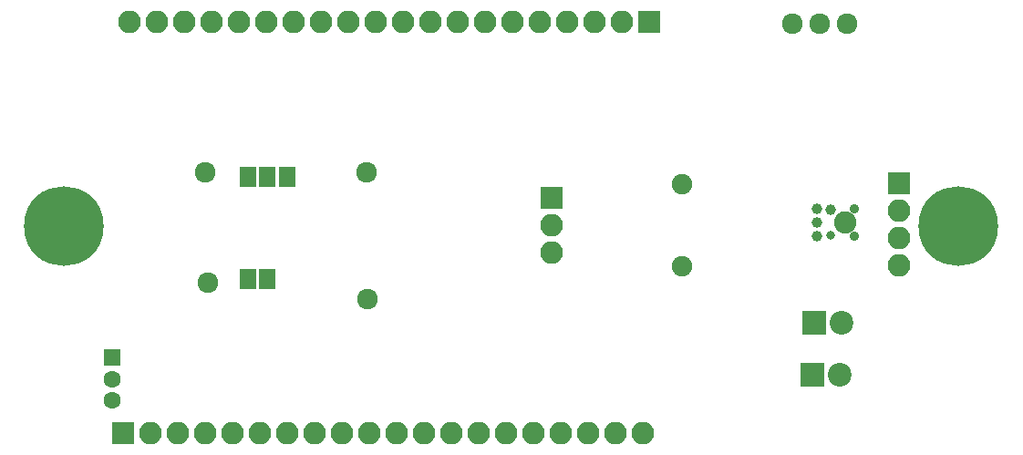
<source format=gbr>
G04 #@! TF.FileFunction,Soldermask,Bot*
%FSLAX46Y46*%
G04 Gerber Fmt 4.6, Leading zero omitted, Abs format (unit mm)*
G04 Created by KiCad (PCBNEW 4.0.5+dfsg1-4) date Fri May 26 12:51:21 2017*
%MOMM*%
%LPD*%
G01*
G04 APERTURE LIST*
%ADD10C,0.100000*%
%ADD11R,2.200000X2.200000*%
%ADD12C,2.200000*%
%ADD13R,2.100000X2.100000*%
%ADD14O,2.100000X2.100000*%
%ADD15C,1.924000*%
%ADD16R,1.600000X1.600000*%
%ADD17C,1.600000*%
%ADD18R,1.500000X1.900000*%
%ADD19C,7.400000*%
%ADD20C,1.900000*%
%ADD21C,0.900000*%
%ADD22C,0.800000*%
%ADD23C,1.000000*%
%ADD24C,2.076000*%
G04 APERTURE END LIST*
D10*
D11*
X181090302Y-102322972D03*
D12*
X183630302Y-102322972D03*
D13*
X188946302Y-89322972D03*
D14*
X188946302Y-91862972D03*
X188946302Y-94402972D03*
X188946302Y-96942972D03*
D15*
X184146302Y-74522972D03*
X181606302Y-74522972D03*
X179066302Y-74522972D03*
D13*
X116946302Y-112522972D03*
D14*
X119486302Y-112522972D03*
X122026302Y-112522972D03*
X124566302Y-112522972D03*
X127106302Y-112522972D03*
X129646302Y-112522972D03*
X132186302Y-112522972D03*
X134726302Y-112522972D03*
X137266302Y-112522972D03*
X139806302Y-112522972D03*
X142346302Y-112522972D03*
X144886302Y-112522972D03*
X147426302Y-112522972D03*
X149966302Y-112522972D03*
X152506302Y-112522972D03*
X155046302Y-112522972D03*
X157586302Y-112522972D03*
X160126302Y-112522972D03*
X162666302Y-112522972D03*
X165206302Y-112522972D03*
D13*
X165816302Y-74347972D03*
D14*
X163276302Y-74347972D03*
X160736302Y-74347972D03*
X158196302Y-74347972D03*
X155656302Y-74347972D03*
X153116302Y-74347972D03*
X150576302Y-74347972D03*
X148036302Y-74347972D03*
X145496302Y-74347972D03*
X142956302Y-74347972D03*
X140416302Y-74347972D03*
X137876302Y-74347972D03*
X135336302Y-74347972D03*
X132796302Y-74347972D03*
X130256302Y-74347972D03*
X127716302Y-74347972D03*
X125176302Y-74347972D03*
X122636302Y-74347972D03*
X120096302Y-74347972D03*
X117556302Y-74347972D03*
D16*
X115908702Y-105523772D03*
D17*
X115908702Y-109536972D03*
X115908702Y-107530372D03*
D18*
X132146502Y-88763572D03*
X130343102Y-88763572D03*
X128539702Y-88763572D03*
X128539702Y-98263172D03*
X130343102Y-98263172D03*
D15*
X139596302Y-100072972D03*
X124846302Y-98572972D03*
X124596302Y-88372972D03*
D11*
X180946302Y-107122972D03*
D12*
X183486302Y-107122972D03*
D15*
X139546302Y-88372972D03*
D19*
X194524302Y-93361972D03*
X111466302Y-93361972D03*
D13*
X156746302Y-90722972D03*
D14*
X156746302Y-93262972D03*
X156746302Y-95802972D03*
D20*
X168846302Y-97022972D03*
X168846302Y-89422972D03*
D21*
X184796302Y-91722972D03*
X184796302Y-94222972D03*
D22*
X182596302Y-94197972D03*
D23*
X181396302Y-94222972D03*
X181396302Y-92972972D03*
X181396302Y-91722972D03*
X182596302Y-91772972D03*
D24*
X183985342Y-92999012D03*
M02*

</source>
